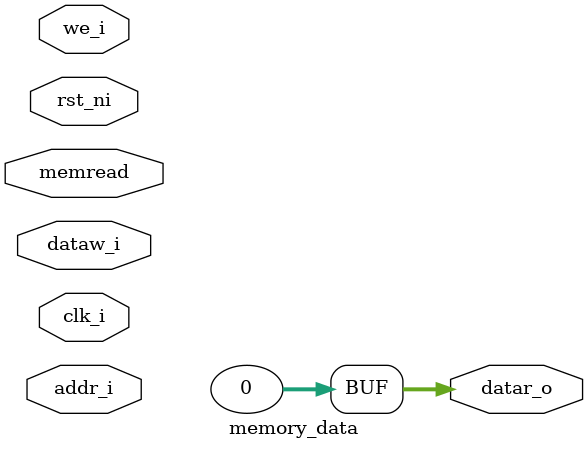
<source format=v>
module Datamemory #(
	parameter				ADDRW = 10,		//Ancho de palabra
	parameter				DATAW = 32		//Ancho de datos)

)(
	input						clk_i,
	input						we_i,
	input						rst_ni,			//Reset bajo activo
	input		[ADDRW-1:0]	addr_i,			//adress
	input		[DATAW-1:0]	dataw_i,			//write data
	output	[DATAW-1:0]	datar_o,			//read data
	input						memread
);
 
    
    
	memory_data memory_u0(
		.clk_i				(clk_i),
		.rst_ni				(rst_ni),		//Reset bajo activo
		.we_i					(we_i),
		.addr_i				(addr_i),		//Direccion de lectura
		.dataw_i				(dataw_i),		//Dato de escritura
		.datar_o				(datar_o),		//Dato de lectura
		.memread				(memread)
	);  
  
  endmodule
  
module	memory_data #(
	parameter					ADDRW = 10,		//Ancho de palabra
	parameter					DATAW = 32		//Ancho de datos
  )(    
	input							clk_i,			//Reloj
	input							rst_ni,			//Reset bajo activo
	input							we_i,				//Habilitacion de Escritura
	input			[ADDRW-1:0]	addr_i,			//Direccion de lectura
	input			[DATAW-1:0]	dataw_i,			//Dato de escritura
	output reg	[DATAW-1:0]	datar_o,			//Dato de lectura
	input							memread
  );
  
	//Cache
	reg			[DATAW-1:0]		Cache	[2**ADDRW-1:0];
	//Valid Bit
	reg			[2**ADDRW-1:0]	Valid;        
	reg								Validbit_r;
	//Tag field

	//Puerto de escritura
	always @(posedge clk_i, negedge rst_ni)	//Dispara por flanco pos clk, y flanco neg rst
	begin
		if (!rst_ni) begin							//Reset activo
			Valid = 128'h1FFFFFFFF;
		end else begin									//Reset inactivo
			if (we_i) begin
				Cache[addr_i]    <=    dataw_i;	//Escribimos Dato de entrada
				Valid[addr_i]    <= 1'b1;			//Escribimos Bit de Valido
			end
		end
	end

	//Puerto de lectura
	always @(*)
	begin
		Validbit_r <= Valid[addr_i];				//Leemos bit de valido
		if (Validbit_r ) begin						//Si el dato y el tag son valido, se lee
			datar_o     <= Cache[addr_i];
		end else begin
			datar_o = {DATAW{1'b0}};
		end	
    end	 
endmodule 
</source>
